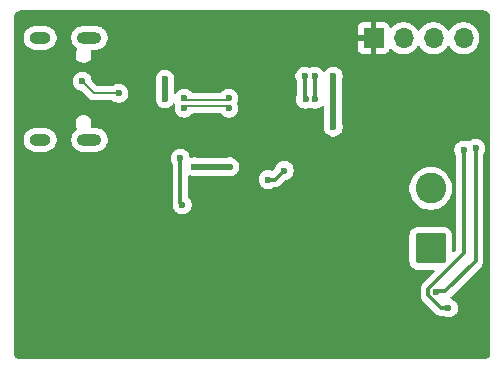
<source format=gbr>
%TF.GenerationSoftware,KiCad,Pcbnew,9.0.0*%
%TF.CreationDate,2025-03-09T00:38:03-06:00*%
%TF.ProjectId,Protyping board,50726f74-7970-4696-9e67-20626f617264,rev?*%
%TF.SameCoordinates,Original*%
%TF.FileFunction,Copper,L2,Bot*%
%TF.FilePolarity,Positive*%
%FSLAX46Y46*%
G04 Gerber Fmt 4.6, Leading zero omitted, Abs format (unit mm)*
G04 Created by KiCad (PCBNEW 9.0.0) date 2025-03-09 00:38:03*
%MOMM*%
%LPD*%
G01*
G04 APERTURE LIST*
G04 Aperture macros list*
%AMRoundRect*
0 Rectangle with rounded corners*
0 $1 Rounding radius*
0 $2 $3 $4 $5 $6 $7 $8 $9 X,Y pos of 4 corners*
0 Add a 4 corners polygon primitive as box body*
4,1,4,$2,$3,$4,$5,$6,$7,$8,$9,$2,$3,0*
0 Add four circle primitives for the rounded corners*
1,1,$1+$1,$2,$3*
1,1,$1+$1,$4,$5*
1,1,$1+$1,$6,$7*
1,1,$1+$1,$8,$9*
0 Add four rect primitives between the rounded corners*
20,1,$1+$1,$2,$3,$4,$5,0*
20,1,$1+$1,$4,$5,$6,$7,0*
20,1,$1+$1,$6,$7,$8,$9,0*
20,1,$1+$1,$8,$9,$2,$3,0*%
G04 Aperture macros list end*
%TA.AperFunction,HeatsinkPad*%
%ADD10O,2.100000X1.000000*%
%TD*%
%TA.AperFunction,HeatsinkPad*%
%ADD11O,1.800000X1.000000*%
%TD*%
%TA.AperFunction,ComponentPad*%
%ADD12R,1.700000X1.700000*%
%TD*%
%TA.AperFunction,ComponentPad*%
%ADD13O,1.700000X1.700000*%
%TD*%
%TA.AperFunction,ComponentPad*%
%ADD14RoundRect,0.250000X1.050000X-1.050000X1.050000X1.050000X-1.050000X1.050000X-1.050000X-1.050000X0*%
%TD*%
%TA.AperFunction,ComponentPad*%
%ADD15C,2.600000*%
%TD*%
%TA.AperFunction,ViaPad*%
%ADD16C,0.600000*%
%TD*%
%TA.AperFunction,Conductor*%
%ADD17C,0.500000*%
%TD*%
%TA.AperFunction,Conductor*%
%ADD18C,0.300000*%
%TD*%
%TA.AperFunction,Conductor*%
%ADD19C,0.200000*%
%TD*%
G04 APERTURE END LIST*
D10*
%TO.P,J2,S1,SHIELD*%
%TO.N,unconnected-(J2-SHIELD-PadS1)_2*%
X65105000Y-126180000D03*
D11*
%TO.N,unconnected-(J2-SHIELD-PadS1)*%
X60925000Y-126180000D03*
D10*
%TO.N,unconnected-(J2-SHIELD-PadS1)_1*%
X65105000Y-134820000D03*
D11*
%TO.N,unconnected-(J2-SHIELD-PadS1)_3*%
X60925000Y-134820000D03*
%TD*%
D12*
%TO.P,J3,1,Pin_1*%
%TO.N,GND*%
X89160000Y-126200000D03*
D13*
%TO.P,J3,2,Pin_2*%
%TO.N,SWCLK*%
X91700000Y-126200000D03*
%TO.P,J3,3,Pin_3*%
%TO.N,SWDIO*%
X94240000Y-126200000D03*
%TO.P,J3,4,Pin_4*%
%TO.N,+3V3*%
X96780000Y-126200000D03*
%TD*%
D14*
%TO.P,J1,1,Pin_1*%
%TO.N,Net-(J1-Pin_1)*%
X94000000Y-144000000D03*
D15*
%TO.P,J1,2,Pin_2*%
%TO.N,Net-(J1-Pin_2)*%
X94000000Y-138920000D03*
%TD*%
D16*
%TO.N,GND*%
X86500000Y-128250000D03*
X72500000Y-124750000D03*
X84750000Y-136900000D03*
X70300000Y-132600000D03*
X75900000Y-145600000D03*
X64250000Y-124700000D03*
X70300000Y-129000000D03*
X75900000Y-148250000D03*
X64000000Y-151950000D03*
X81750000Y-134050000D03*
X76750000Y-128000000D03*
X67500000Y-135320083D03*
X60750000Y-151950000D03*
%TO.N,+3V3*%
X85750000Y-129425000D03*
X85750000Y-133729260D03*
%TO.N,+5V*%
X77001000Y-137100000D03*
X73987500Y-137095855D03*
X71500000Y-129675000D03*
X71500000Y-131325000D03*
%TO.N,NRST*%
X96804122Y-135679445D03*
X83350000Y-129425000D03*
X83399997Y-131375000D03*
X95500000Y-149050000D03*
%TO.N,TIM16_CH1*%
X81592831Y-137407169D03*
X80232169Y-138167831D03*
%TO.N,USB_DP*%
X76900000Y-131275000D03*
X73150000Y-131275000D03*
%TO.N,USB_DN*%
X67600000Y-130875000D03*
X64500000Y-129850000D03*
X76900000Y-132125000D03*
X73150000Y-132125000D03*
%TO.N,BOOT 0*%
X97800000Y-135500000D03*
X84200000Y-129425000D03*
X84200000Y-131375000D03*
X94450000Y-147700000D03*
%TO.N,Read{slash}Write*%
X72959620Y-140309620D03*
X72800000Y-136345855D03*
%TD*%
D17*
%TO.N,+3V3*%
X85750000Y-129425000D02*
X85750000Y-133729260D01*
%TO.N,+5V*%
X73991645Y-137100000D02*
X73987500Y-137095855D01*
X77001000Y-137100000D02*
X73991645Y-137100000D01*
X71500000Y-129675000D02*
X71500000Y-131325000D01*
D18*
%TO.N,NRST*%
X94879346Y-149050000D02*
X95500000Y-149050000D01*
X83350000Y-129425000D02*
X83350000Y-131325003D01*
X96804122Y-144425224D02*
X93799000Y-147430346D01*
X83350000Y-131325003D02*
X83399997Y-131375000D01*
X93799000Y-147430346D02*
X93799000Y-147969654D01*
X96804122Y-135679445D02*
X96804122Y-144425224D01*
X93799000Y-147969654D02*
X94879346Y-149050000D01*
%TO.N,TIM16_CH1*%
X80232169Y-138167831D02*
X80832169Y-138167831D01*
X80832169Y-138167831D02*
X81592831Y-137407169D01*
D19*
%TO.N,USB_DP*%
X73349999Y-131474999D02*
X73150000Y-131275000D01*
X76700001Y-131474999D02*
X73349999Y-131474999D01*
X76900000Y-131275000D02*
X76700001Y-131474999D01*
%TO.N,USB_DN*%
X73349999Y-131925001D02*
X73150000Y-132125000D01*
X67600000Y-130875000D02*
X65525000Y-130875000D01*
X76900000Y-132125000D02*
X76700001Y-131925001D01*
X76700001Y-131925001D02*
X73349999Y-131925001D01*
X65525000Y-130875000D02*
X64500000Y-129850000D01*
D18*
%TO.N,BOOT 0*%
X97800000Y-145050000D02*
X95250000Y-147600000D01*
X97800000Y-135500000D02*
X97800000Y-145050000D01*
X94550000Y-147600000D02*
X94450000Y-147700000D01*
X95250000Y-147600000D02*
X94550000Y-147600000D01*
X84200000Y-129425000D02*
X84200000Y-131375000D01*
%TO.N,Read{slash}Write*%
X72800000Y-140150000D02*
X72959620Y-140309620D01*
X72800000Y-136345855D02*
X72800000Y-140150000D01*
%TD*%
%TA.AperFunction,Conductor*%
%TO.N,GND*%
G36*
X98456922Y-123851279D02*
G01*
X98569518Y-123863966D01*
X98596583Y-123870143D01*
X98696927Y-123905255D01*
X98721941Y-123917301D01*
X98811955Y-123973860D01*
X98833662Y-123991172D01*
X98908827Y-124066337D01*
X98926140Y-124088046D01*
X98982697Y-124178056D01*
X98994745Y-124203074D01*
X99029855Y-124303414D01*
X99036033Y-124330484D01*
X99048720Y-124443077D01*
X99049500Y-124456961D01*
X99049500Y-152793038D01*
X99048720Y-152806921D01*
X99048720Y-152806922D01*
X99036033Y-152919515D01*
X99029855Y-152946585D01*
X98994745Y-153046925D01*
X98982697Y-153071943D01*
X98926140Y-153161953D01*
X98908827Y-153183662D01*
X98833662Y-153258827D01*
X98811953Y-153276140D01*
X98721943Y-153332697D01*
X98696925Y-153344745D01*
X98596585Y-153379855D01*
X98569516Y-153386033D01*
X98484855Y-153395572D01*
X98456921Y-153398720D01*
X98443039Y-153399500D01*
X59306961Y-153399500D01*
X59293077Y-153398720D01*
X59180484Y-153386033D01*
X59153414Y-153379855D01*
X59053074Y-153344745D01*
X59028056Y-153332697D01*
X58938046Y-153276140D01*
X58916337Y-153258827D01*
X58841172Y-153183662D01*
X58823859Y-153161953D01*
X58767302Y-153071943D01*
X58755254Y-153046925D01*
X58720144Y-152946585D01*
X58713966Y-152919514D01*
X58701280Y-152806921D01*
X58700500Y-152793038D01*
X58700500Y-142899983D01*
X92199500Y-142899983D01*
X92199500Y-145100001D01*
X92199501Y-145100018D01*
X92210000Y-145202796D01*
X92210001Y-145202799D01*
X92222244Y-145239744D01*
X92265186Y-145369334D01*
X92357288Y-145518656D01*
X92481344Y-145642712D01*
X92630666Y-145734814D01*
X92797203Y-145789999D01*
X92899991Y-145800500D01*
X94209537Y-145800499D01*
X94276576Y-145820184D01*
X94322331Y-145872987D01*
X94332275Y-145942146D01*
X94303250Y-146005702D01*
X94297218Y-146012180D01*
X93293726Y-147015672D01*
X93222534Y-147122220D01*
X93173499Y-147240601D01*
X93173497Y-147240607D01*
X93148500Y-147366274D01*
X93148500Y-147366277D01*
X93148500Y-148033723D01*
X93164602Y-148114669D01*
X93173499Y-148159398D01*
X93210820Y-148249500D01*
X93222535Y-148277781D01*
X93264513Y-148340606D01*
X93293726Y-148384327D01*
X94464672Y-149555273D01*
X94464675Y-149555275D01*
X94464677Y-149555277D01*
X94571219Y-149626465D01*
X94689602Y-149675501D01*
X94689606Y-149675501D01*
X94689607Y-149675502D01*
X94815274Y-149700500D01*
X94815277Y-149700500D01*
X94995065Y-149700500D01*
X95062104Y-149720185D01*
X95063909Y-149721366D01*
X95120821Y-149759394D01*
X95120823Y-149759395D01*
X95120827Y-149759397D01*
X95266498Y-149819735D01*
X95266503Y-149819737D01*
X95421153Y-149850499D01*
X95421156Y-149850500D01*
X95421158Y-149850500D01*
X95578844Y-149850500D01*
X95578845Y-149850499D01*
X95733497Y-149819737D01*
X95879179Y-149759394D01*
X96010289Y-149671789D01*
X96121789Y-149560289D01*
X96209394Y-149429179D01*
X96269737Y-149283497D01*
X96300500Y-149128842D01*
X96300500Y-148971158D01*
X96300500Y-148971155D01*
X96300499Y-148971153D01*
X96269738Y-148816510D01*
X96269737Y-148816503D01*
X96269735Y-148816498D01*
X96209397Y-148670827D01*
X96209390Y-148670814D01*
X96121789Y-148539711D01*
X96121786Y-148539707D01*
X96010292Y-148428213D01*
X96010288Y-148428210D01*
X95879185Y-148340609D01*
X95879176Y-148340604D01*
X95732547Y-148279869D01*
X95678144Y-148236028D01*
X95656079Y-148169734D01*
X95673358Y-148102035D01*
X95692319Y-148077627D01*
X98305272Y-145464674D01*
X98305277Y-145464669D01*
X98376466Y-145358126D01*
X98425501Y-145239743D01*
X98450500Y-145114069D01*
X98450500Y-144985931D01*
X98450500Y-136004935D01*
X98470185Y-135937896D01*
X98471366Y-135936090D01*
X98509394Y-135879179D01*
X98569737Y-135733497D01*
X98600500Y-135578842D01*
X98600500Y-135421158D01*
X98600500Y-135421155D01*
X98600499Y-135421153D01*
X98576453Y-135300266D01*
X98569737Y-135266503D01*
X98529415Y-135169156D01*
X98509397Y-135120827D01*
X98509390Y-135120814D01*
X98421789Y-134989711D01*
X98421786Y-134989707D01*
X98310292Y-134878213D01*
X98310288Y-134878210D01*
X98179185Y-134790609D01*
X98179172Y-134790602D01*
X98033501Y-134730264D01*
X98033489Y-134730261D01*
X97878845Y-134699500D01*
X97878842Y-134699500D01*
X97721158Y-134699500D01*
X97721155Y-134699500D01*
X97566510Y-134730261D01*
X97566498Y-134730264D01*
X97420827Y-134790602D01*
X97420814Y-134790609D01*
X97289714Y-134878208D01*
X97289708Y-134878213D01*
X97252187Y-134915733D01*
X97190863Y-134949217D01*
X97121172Y-134944231D01*
X97117056Y-134942611D01*
X97037623Y-134909709D01*
X97037611Y-134909706D01*
X96882967Y-134878945D01*
X96882964Y-134878945D01*
X96725280Y-134878945D01*
X96725277Y-134878945D01*
X96570632Y-134909706D01*
X96570620Y-134909709D01*
X96424949Y-134970047D01*
X96424936Y-134970054D01*
X96293833Y-135057655D01*
X96293829Y-135057658D01*
X96182335Y-135169152D01*
X96182332Y-135169156D01*
X96094731Y-135300259D01*
X96094724Y-135300272D01*
X96034386Y-135445943D01*
X96034383Y-135445955D01*
X96003622Y-135600598D01*
X96003622Y-135758291D01*
X96034383Y-135912934D01*
X96034386Y-135912946D01*
X96094724Y-136058617D01*
X96094728Y-136058624D01*
X96132724Y-136115489D01*
X96153602Y-136182166D01*
X96153622Y-136184380D01*
X96153622Y-144104415D01*
X96144977Y-144133855D01*
X96138454Y-144163842D01*
X96134699Y-144168857D01*
X96133937Y-144171454D01*
X96117303Y-144192096D01*
X96012180Y-144297219D01*
X95950857Y-144330704D01*
X95881165Y-144325720D01*
X95825232Y-144283848D01*
X95800815Y-144218384D01*
X95800499Y-144209538D01*
X95800499Y-142899998D01*
X95800498Y-142899981D01*
X95789999Y-142797203D01*
X95789998Y-142797200D01*
X95734814Y-142630666D01*
X95642712Y-142481344D01*
X95518656Y-142357288D01*
X95369334Y-142265186D01*
X95202797Y-142210001D01*
X95202795Y-142210000D01*
X95100010Y-142199500D01*
X92899998Y-142199500D01*
X92899981Y-142199501D01*
X92797203Y-142210000D01*
X92797200Y-142210001D01*
X92630668Y-142265185D01*
X92630663Y-142265187D01*
X92481342Y-142357289D01*
X92357289Y-142481342D01*
X92265187Y-142630663D01*
X92265186Y-142630666D01*
X92210001Y-142797203D01*
X92210001Y-142797204D01*
X92210000Y-142797204D01*
X92199500Y-142899983D01*
X58700500Y-142899983D01*
X58700500Y-136267008D01*
X71999500Y-136267008D01*
X71999500Y-136424701D01*
X72030261Y-136579344D01*
X72030264Y-136579356D01*
X72090602Y-136725027D01*
X72090606Y-136725034D01*
X72128602Y-136781899D01*
X72149480Y-136848576D01*
X72149500Y-136850790D01*
X72149500Y-140214068D01*
X72156737Y-140250448D01*
X72159120Y-140274642D01*
X72159120Y-140388466D01*
X72189881Y-140543109D01*
X72189884Y-140543121D01*
X72250222Y-140688792D01*
X72250229Y-140688805D01*
X72337830Y-140819908D01*
X72337833Y-140819912D01*
X72449327Y-140931406D01*
X72449331Y-140931409D01*
X72580434Y-141019010D01*
X72580447Y-141019017D01*
X72726118Y-141079355D01*
X72726123Y-141079357D01*
X72880773Y-141110119D01*
X72880776Y-141110120D01*
X72880778Y-141110120D01*
X73038464Y-141110120D01*
X73038465Y-141110119D01*
X73193117Y-141079357D01*
X73338799Y-141019014D01*
X73469909Y-140931409D01*
X73581409Y-140819909D01*
X73669014Y-140688799D01*
X73729357Y-140543117D01*
X73760120Y-140388462D01*
X73760120Y-140230778D01*
X73760120Y-140230775D01*
X73760119Y-140230773D01*
X73756796Y-140214068D01*
X73729357Y-140076123D01*
X73729355Y-140076118D01*
X73669017Y-139930447D01*
X73669010Y-139930434D01*
X73581409Y-139799331D01*
X73581406Y-139799327D01*
X73486819Y-139704740D01*
X73453334Y-139643417D01*
X73450500Y-139617059D01*
X73450500Y-138088984D01*
X79431669Y-138088984D01*
X79431669Y-138246677D01*
X79462430Y-138401320D01*
X79462433Y-138401332D01*
X79522771Y-138547003D01*
X79522778Y-138547016D01*
X79610379Y-138678119D01*
X79610382Y-138678123D01*
X79721876Y-138789617D01*
X79721880Y-138789620D01*
X79852983Y-138877221D01*
X79852996Y-138877228D01*
X79998667Y-138937566D01*
X79998672Y-138937568D01*
X80153322Y-138968330D01*
X80153325Y-138968331D01*
X80153327Y-138968331D01*
X80311013Y-138968331D01*
X80311014Y-138968330D01*
X80465666Y-138937568D01*
X80611348Y-138877225D01*
X80668213Y-138839228D01*
X80734890Y-138818351D01*
X80737104Y-138818331D01*
X80896240Y-138818331D01*
X80978361Y-138801995D01*
X92199500Y-138801995D01*
X92199500Y-139038004D01*
X92199501Y-139038020D01*
X92230306Y-139272010D01*
X92291394Y-139499993D01*
X92381714Y-139718045D01*
X92381719Y-139718056D01*
X92428642Y-139799327D01*
X92499727Y-139922450D01*
X92499729Y-139922453D01*
X92499730Y-139922454D01*
X92643406Y-140109697D01*
X92643412Y-140109704D01*
X92810295Y-140276587D01*
X92810301Y-140276592D01*
X92997550Y-140420273D01*
X93128918Y-140496118D01*
X93201943Y-140538280D01*
X93201948Y-140538282D01*
X93201951Y-140538284D01*
X93420007Y-140628606D01*
X93647986Y-140689693D01*
X93881989Y-140720500D01*
X93881996Y-140720500D01*
X94118004Y-140720500D01*
X94118011Y-140720500D01*
X94352014Y-140689693D01*
X94579993Y-140628606D01*
X94798049Y-140538284D01*
X95002450Y-140420273D01*
X95189699Y-140276592D01*
X95356592Y-140109699D01*
X95500273Y-139922450D01*
X95618284Y-139718049D01*
X95708606Y-139499993D01*
X95769693Y-139272014D01*
X95800500Y-139038011D01*
X95800500Y-138801989D01*
X95769693Y-138567986D01*
X95708606Y-138340007D01*
X95618284Y-138121951D01*
X95618282Y-138121948D01*
X95618280Y-138121943D01*
X95564593Y-138028955D01*
X95500273Y-137917550D01*
X95414102Y-137805249D01*
X95356593Y-137730302D01*
X95356587Y-137730295D01*
X95189704Y-137563412D01*
X95189697Y-137563406D01*
X95002454Y-137419730D01*
X95002453Y-137419729D01*
X95002450Y-137419727D01*
X94920957Y-137372677D01*
X94798056Y-137301719D01*
X94798045Y-137301714D01*
X94579993Y-137211394D01*
X94352014Y-137150307D01*
X94352013Y-137150306D01*
X94352010Y-137150306D01*
X94118020Y-137119501D01*
X94118017Y-137119500D01*
X94118011Y-137119500D01*
X93881989Y-137119500D01*
X93881983Y-137119500D01*
X93881979Y-137119501D01*
X93647989Y-137150306D01*
X93420006Y-137211394D01*
X93201954Y-137301714D01*
X93201943Y-137301719D01*
X92997545Y-137419730D01*
X92810302Y-137563406D01*
X92810295Y-137563412D01*
X92643412Y-137730295D01*
X92643406Y-137730302D01*
X92499730Y-137917545D01*
X92499727Y-137917549D01*
X92499727Y-137917550D01*
X92492014Y-137930909D01*
X92381719Y-138121943D01*
X92381714Y-138121954D01*
X92291394Y-138340006D01*
X92230306Y-138567989D01*
X92199501Y-138801979D01*
X92199500Y-138801995D01*
X80978361Y-138801995D01*
X80980784Y-138801513D01*
X81021913Y-138793332D01*
X81140296Y-138744296D01*
X81246838Y-138673108D01*
X81695763Y-138224181D01*
X81757083Y-138190699D01*
X81759148Y-138190268D01*
X81826328Y-138176906D01*
X81972010Y-138116563D01*
X82103120Y-138028958D01*
X82214620Y-137917458D01*
X82302225Y-137786348D01*
X82362568Y-137640666D01*
X82393331Y-137486011D01*
X82393331Y-137328327D01*
X82393331Y-137328324D01*
X82393330Y-137328322D01*
X82363597Y-137178846D01*
X82362568Y-137173672D01*
X82340130Y-137119501D01*
X82302228Y-137027996D01*
X82302221Y-137027983D01*
X82214620Y-136896880D01*
X82214617Y-136896876D01*
X82103123Y-136785382D01*
X82103119Y-136785379D01*
X81972016Y-136697778D01*
X81972003Y-136697771D01*
X81826332Y-136637433D01*
X81826320Y-136637430D01*
X81671676Y-136606669D01*
X81671673Y-136606669D01*
X81513989Y-136606669D01*
X81513986Y-136606669D01*
X81359341Y-136637430D01*
X81359329Y-136637433D01*
X81213658Y-136697771D01*
X81213645Y-136697778D01*
X81082542Y-136785379D01*
X81082538Y-136785382D01*
X80971044Y-136896876D01*
X80971041Y-136896880D01*
X80883440Y-137027983D01*
X80883433Y-137027996D01*
X80823095Y-137173667D01*
X80823092Y-137173677D01*
X80809751Y-137240748D01*
X80800985Y-137257504D01*
X80796966Y-137275983D01*
X80778223Y-137301019D01*
X80777366Y-137302659D01*
X80775815Y-137304237D01*
X80677195Y-137402857D01*
X80615872Y-137436342D01*
X80546180Y-137431358D01*
X80542062Y-137429738D01*
X80517900Y-137419730D01*
X80465666Y-137398094D01*
X80465661Y-137398093D01*
X80465658Y-137398092D01*
X80311014Y-137367331D01*
X80311011Y-137367331D01*
X80153327Y-137367331D01*
X80153324Y-137367331D01*
X79998679Y-137398092D01*
X79998667Y-137398095D01*
X79852996Y-137458433D01*
X79852983Y-137458440D01*
X79721880Y-137546041D01*
X79721876Y-137546044D01*
X79610382Y-137657538D01*
X79610379Y-137657542D01*
X79522778Y-137788645D01*
X79522771Y-137788658D01*
X79462433Y-137934329D01*
X79462430Y-137934341D01*
X79431669Y-138088984D01*
X73450500Y-138088984D01*
X73450500Y-137925456D01*
X73470185Y-137858417D01*
X73522989Y-137812662D01*
X73592147Y-137802718D01*
X73621949Y-137810893D01*
X73754003Y-137865592D01*
X73908653Y-137896354D01*
X73908656Y-137896355D01*
X73908658Y-137896355D01*
X74066344Y-137896355D01*
X74066345Y-137896354D01*
X74142652Y-137881175D01*
X74220988Y-137865594D01*
X74220989Y-137865593D01*
X74220997Y-137865592D01*
X74234648Y-137859937D01*
X74282097Y-137850500D01*
X76696396Y-137850500D01*
X76743844Y-137859937D01*
X76767503Y-137869737D01*
X76767508Y-137869738D01*
X76767511Y-137869739D01*
X76922153Y-137900499D01*
X76922156Y-137900500D01*
X76922158Y-137900500D01*
X77079844Y-137900500D01*
X77079845Y-137900499D01*
X77234497Y-137869737D01*
X77380179Y-137809394D01*
X77511289Y-137721789D01*
X77622789Y-137610289D01*
X77710394Y-137479179D01*
X77770737Y-137333497D01*
X77801500Y-137178842D01*
X77801500Y-137021158D01*
X77801500Y-137021155D01*
X77801499Y-137021153D01*
X77776779Y-136896880D01*
X77770737Y-136866503D01*
X77764229Y-136850790D01*
X77710397Y-136720827D01*
X77710390Y-136720814D01*
X77622789Y-136589711D01*
X77622786Y-136589707D01*
X77511292Y-136478213D01*
X77511288Y-136478210D01*
X77380185Y-136390609D01*
X77380172Y-136390602D01*
X77234501Y-136330264D01*
X77234489Y-136330261D01*
X77079845Y-136299500D01*
X77079842Y-136299500D01*
X76922158Y-136299500D01*
X76922155Y-136299500D01*
X76767511Y-136330260D01*
X76767506Y-136330262D01*
X76767504Y-136330262D01*
X76767503Y-136330263D01*
X76743844Y-136340062D01*
X76696396Y-136349500D01*
X74302111Y-136349500D01*
X74254663Y-136340062D01*
X74220997Y-136326118D01*
X74220990Y-136326116D01*
X74220989Y-136326116D01*
X74220988Y-136326115D01*
X74066345Y-136295355D01*
X74066342Y-136295355D01*
X73908658Y-136295355D01*
X73908655Y-136295355D01*
X73754006Y-136326116D01*
X73751243Y-136326955D01*
X73749724Y-136326968D01*
X73748028Y-136327306D01*
X73747963Y-136326984D01*
X73681376Y-136327578D01*
X73622263Y-136290328D01*
X73593632Y-136232485D01*
X73576581Y-136146765D01*
X73569737Y-136112358D01*
X73547477Y-136058617D01*
X73509397Y-135966682D01*
X73509390Y-135966669D01*
X73421789Y-135835566D01*
X73421786Y-135835562D01*
X73310292Y-135724068D01*
X73310288Y-135724065D01*
X73179185Y-135636464D01*
X73179172Y-135636457D01*
X73033501Y-135576119D01*
X73033489Y-135576116D01*
X72878845Y-135545355D01*
X72878842Y-135545355D01*
X72721158Y-135545355D01*
X72721155Y-135545355D01*
X72566510Y-135576116D01*
X72566498Y-135576119D01*
X72420827Y-135636457D01*
X72420814Y-135636464D01*
X72289711Y-135724065D01*
X72289707Y-135724068D01*
X72178213Y-135835562D01*
X72178210Y-135835566D01*
X72090609Y-135966669D01*
X72090602Y-135966682D01*
X72030264Y-136112353D01*
X72030261Y-136112365D01*
X71999500Y-136267008D01*
X58700500Y-136267008D01*
X58700500Y-134918543D01*
X59524499Y-134918543D01*
X59562947Y-135111829D01*
X59562950Y-135111839D01*
X59638364Y-135293907D01*
X59638371Y-135293920D01*
X59747860Y-135457781D01*
X59747863Y-135457785D01*
X59887214Y-135597136D01*
X59887218Y-135597139D01*
X60051079Y-135706628D01*
X60051092Y-135706635D01*
X60233160Y-135782049D01*
X60233165Y-135782051D01*
X60233169Y-135782051D01*
X60233170Y-135782052D01*
X60426456Y-135820500D01*
X60426459Y-135820500D01*
X61423543Y-135820500D01*
X61553582Y-135794632D01*
X61616835Y-135782051D01*
X61798914Y-135706632D01*
X61962782Y-135597139D01*
X62102139Y-135457782D01*
X62211632Y-135293914D01*
X62287051Y-135111835D01*
X62314093Y-134975886D01*
X62325500Y-134918543D01*
X63554499Y-134918543D01*
X63592947Y-135111829D01*
X63592950Y-135111839D01*
X63668364Y-135293907D01*
X63668371Y-135293920D01*
X63777860Y-135457781D01*
X63777863Y-135457785D01*
X63917214Y-135597136D01*
X63917218Y-135597139D01*
X64081079Y-135706628D01*
X64081092Y-135706635D01*
X64263160Y-135782049D01*
X64263165Y-135782051D01*
X64263169Y-135782051D01*
X64263170Y-135782052D01*
X64456456Y-135820500D01*
X64456459Y-135820500D01*
X65753543Y-135820500D01*
X65883582Y-135794632D01*
X65946835Y-135782051D01*
X66128914Y-135706632D01*
X66292782Y-135597139D01*
X66432139Y-135457782D01*
X66541632Y-135293914D01*
X66617051Y-135111835D01*
X66644093Y-134975886D01*
X66655500Y-134918543D01*
X66655500Y-134721456D01*
X66617052Y-134528170D01*
X66617051Y-134528169D01*
X66617051Y-134528165D01*
X66604969Y-134498997D01*
X66541635Y-134346092D01*
X66541628Y-134346079D01*
X66432139Y-134182218D01*
X66432136Y-134182214D01*
X66292785Y-134042863D01*
X66292781Y-134042860D01*
X66128920Y-133933371D01*
X66128907Y-133933364D01*
X65946839Y-133857950D01*
X65946829Y-133857947D01*
X65753543Y-133819500D01*
X65753541Y-133819500D01*
X65343829Y-133819500D01*
X65276790Y-133799815D01*
X65231035Y-133747011D01*
X65221091Y-133677853D01*
X65229266Y-133648051D01*
X65254540Y-133587036D01*
X65263035Y-133544325D01*
X65280500Y-133456533D01*
X65280500Y-133323466D01*
X65254541Y-133192969D01*
X65254540Y-133192968D01*
X65254540Y-133192964D01*
X65203620Y-133070031D01*
X65129695Y-132959394D01*
X65129692Y-132959390D01*
X65035609Y-132865307D01*
X65035601Y-132865301D01*
X64924979Y-132791386D01*
X64924972Y-132791382D01*
X64924969Y-132791380D01*
X64924965Y-132791378D01*
X64924961Y-132791376D01*
X64802040Y-132740461D01*
X64802030Y-132740458D01*
X64671533Y-132714500D01*
X64671531Y-132714500D01*
X64538469Y-132714500D01*
X64538467Y-132714500D01*
X64407969Y-132740458D01*
X64407959Y-132740461D01*
X64285038Y-132791376D01*
X64285020Y-132791386D01*
X64174398Y-132865301D01*
X64174390Y-132865307D01*
X64080307Y-132959390D01*
X64080301Y-132959398D01*
X64006386Y-133070020D01*
X64006376Y-133070038D01*
X63955461Y-133192959D01*
X63955458Y-133192969D01*
X63929500Y-133323466D01*
X63929500Y-133323469D01*
X63929500Y-133456531D01*
X63929500Y-133456533D01*
X63929499Y-133456533D01*
X63955458Y-133587030D01*
X63955461Y-133587040D01*
X64006376Y-133709961D01*
X64006386Y-133709979D01*
X64063744Y-133795822D01*
X64084622Y-133862499D01*
X64066137Y-133929879D01*
X64029533Y-133967814D01*
X63917218Y-134042860D01*
X63917214Y-134042863D01*
X63777863Y-134182214D01*
X63777860Y-134182218D01*
X63668371Y-134346079D01*
X63668364Y-134346092D01*
X63592950Y-134528160D01*
X63592947Y-134528170D01*
X63554500Y-134721456D01*
X63554500Y-134721459D01*
X63554500Y-134918541D01*
X63554500Y-134918543D01*
X63554499Y-134918543D01*
X62325500Y-134918543D01*
X62325500Y-134721456D01*
X62287052Y-134528170D01*
X62287051Y-134528169D01*
X62287051Y-134528165D01*
X62274969Y-134498997D01*
X62211635Y-134346092D01*
X62211628Y-134346079D01*
X62102139Y-134182218D01*
X62102136Y-134182214D01*
X61962785Y-134042863D01*
X61962781Y-134042860D01*
X61798920Y-133933371D01*
X61798907Y-133933364D01*
X61616839Y-133857950D01*
X61616829Y-133857947D01*
X61423543Y-133819500D01*
X61423541Y-133819500D01*
X60426459Y-133819500D01*
X60426457Y-133819500D01*
X60233170Y-133857947D01*
X60233160Y-133857950D01*
X60051092Y-133933364D01*
X60051079Y-133933371D01*
X59887218Y-134042860D01*
X59887214Y-134042863D01*
X59747863Y-134182214D01*
X59747860Y-134182218D01*
X59638371Y-134346079D01*
X59638364Y-134346092D01*
X59562950Y-134528160D01*
X59562947Y-134528170D01*
X59524500Y-134721456D01*
X59524500Y-134721459D01*
X59524500Y-134918541D01*
X59524500Y-134918543D01*
X59524499Y-134918543D01*
X58700500Y-134918543D01*
X58700500Y-129771153D01*
X63699500Y-129771153D01*
X63699500Y-129928846D01*
X63730261Y-130083489D01*
X63730264Y-130083501D01*
X63790602Y-130229172D01*
X63790609Y-130229185D01*
X63878210Y-130360288D01*
X63878213Y-130360292D01*
X63989707Y-130471786D01*
X63989711Y-130471789D01*
X64120814Y-130559390D01*
X64120827Y-130559397D01*
X64266498Y-130619735D01*
X64266503Y-130619737D01*
X64331147Y-130632595D01*
X64421849Y-130650638D01*
X64483760Y-130683023D01*
X64485339Y-130684574D01*
X65040139Y-131239374D01*
X65040149Y-131239385D01*
X65044479Y-131243715D01*
X65044480Y-131243716D01*
X65156284Y-131355520D01*
X65226296Y-131395941D01*
X65293215Y-131434577D01*
X65445943Y-131475501D01*
X65445946Y-131475501D01*
X65611653Y-131475501D01*
X65611669Y-131475500D01*
X67020234Y-131475500D01*
X67087273Y-131495185D01*
X67089125Y-131496398D01*
X67220814Y-131584390D01*
X67220827Y-131584397D01*
X67366498Y-131644735D01*
X67366503Y-131644737D01*
X67521153Y-131675499D01*
X67521156Y-131675500D01*
X67521158Y-131675500D01*
X67678844Y-131675500D01*
X67678845Y-131675499D01*
X67833497Y-131644737D01*
X67979179Y-131584394D01*
X68110289Y-131496789D01*
X68221789Y-131385289D01*
X68309394Y-131254179D01*
X68312719Y-131246153D01*
X68333429Y-131196153D01*
X68369737Y-131108497D01*
X68400500Y-130953842D01*
X68400500Y-130796158D01*
X68400500Y-130796155D01*
X68400499Y-130796153D01*
X68372066Y-130653211D01*
X68369737Y-130641503D01*
X68360721Y-130619737D01*
X68309397Y-130495827D01*
X68309390Y-130495814D01*
X68221789Y-130364711D01*
X68221786Y-130364707D01*
X68110292Y-130253213D01*
X68110288Y-130253210D01*
X67979185Y-130165609D01*
X67979172Y-130165602D01*
X67833501Y-130105264D01*
X67833489Y-130105261D01*
X67678845Y-130074500D01*
X67678842Y-130074500D01*
X67521158Y-130074500D01*
X67521155Y-130074500D01*
X67366510Y-130105261D01*
X67366498Y-130105264D01*
X67220827Y-130165602D01*
X67220814Y-130165609D01*
X67089125Y-130253602D01*
X67022447Y-130274480D01*
X67020234Y-130274500D01*
X65825097Y-130274500D01*
X65758058Y-130254815D01*
X65737416Y-130238181D01*
X65334574Y-129835339D01*
X65325511Y-129818743D01*
X65312379Y-129805133D01*
X65301974Y-129775637D01*
X65301089Y-129774016D01*
X65300638Y-129771849D01*
X65269739Y-129616512D01*
X65269738Y-129616509D01*
X65269737Y-129616503D01*
X65261308Y-129596153D01*
X70699500Y-129596153D01*
X70699500Y-129753846D01*
X70730261Y-129908489D01*
X70730263Y-129908497D01*
X70740061Y-129932151D01*
X70749500Y-129979604D01*
X70749500Y-131020396D01*
X70740062Y-131067844D01*
X70730263Y-131091503D01*
X70730262Y-131091506D01*
X70730260Y-131091511D01*
X70699500Y-131246153D01*
X70699500Y-131403846D01*
X70730261Y-131558489D01*
X70730264Y-131558501D01*
X70790602Y-131704172D01*
X70790609Y-131704185D01*
X70878210Y-131835288D01*
X70878213Y-131835292D01*
X70989707Y-131946786D01*
X70989711Y-131946789D01*
X71120814Y-132034390D01*
X71120827Y-132034397D01*
X71266498Y-132094735D01*
X71266503Y-132094737D01*
X71421153Y-132125499D01*
X71421156Y-132125500D01*
X71421158Y-132125500D01*
X71578844Y-132125500D01*
X71578845Y-132125499D01*
X71733497Y-132094737D01*
X71879179Y-132034394D01*
X72010289Y-131946789D01*
X72121789Y-131835289D01*
X72163632Y-131772665D01*
X72217243Y-131727862D01*
X72286568Y-131719154D01*
X72349596Y-131749308D01*
X72386316Y-131808751D01*
X72385069Y-131878609D01*
X72381299Y-131889000D01*
X72380265Y-131891495D01*
X72380261Y-131891510D01*
X72349500Y-132046153D01*
X72349500Y-132203846D01*
X72380261Y-132358489D01*
X72380264Y-132358501D01*
X72440602Y-132504172D01*
X72440609Y-132504185D01*
X72528210Y-132635288D01*
X72528213Y-132635292D01*
X72639707Y-132746786D01*
X72639711Y-132746789D01*
X72770814Y-132834390D01*
X72770827Y-132834397D01*
X72916498Y-132894735D01*
X72916503Y-132894737D01*
X73071153Y-132925499D01*
X73071156Y-132925500D01*
X73071158Y-132925500D01*
X73228844Y-132925500D01*
X73228845Y-132925499D01*
X73383497Y-132894737D01*
X73529179Y-132834394D01*
X73660289Y-132746789D01*
X73771789Y-132635289D01*
X73808324Y-132580609D01*
X73861935Y-132535806D01*
X73911426Y-132525501D01*
X76138574Y-132525501D01*
X76205613Y-132545186D01*
X76241675Y-132580609D01*
X76266042Y-132617076D01*
X76278212Y-132635291D01*
X76389707Y-132746786D01*
X76389711Y-132746789D01*
X76520814Y-132834390D01*
X76520827Y-132834397D01*
X76666498Y-132894735D01*
X76666503Y-132894737D01*
X76821153Y-132925499D01*
X76821156Y-132925500D01*
X76821158Y-132925500D01*
X76978844Y-132925500D01*
X76978845Y-132925499D01*
X77133497Y-132894737D01*
X77279179Y-132834394D01*
X77410289Y-132746789D01*
X77521789Y-132635289D01*
X77609394Y-132504179D01*
X77669737Y-132358497D01*
X77700500Y-132203842D01*
X77700500Y-132046158D01*
X77700500Y-132046155D01*
X77700499Y-132046153D01*
X77692699Y-132006941D01*
X77669737Y-131891503D01*
X77646454Y-131835292D01*
X77610070Y-131747452D01*
X77602601Y-131677983D01*
X77610070Y-131652548D01*
X77669735Y-131508501D01*
X77669737Y-131508497D01*
X77700500Y-131353842D01*
X77700500Y-131196158D01*
X77700500Y-131196155D01*
X77700499Y-131196153D01*
X77679683Y-131091506D01*
X77669737Y-131041503D01*
X77650815Y-130995821D01*
X77609397Y-130895827D01*
X77609390Y-130895814D01*
X77521789Y-130764711D01*
X77521786Y-130764707D01*
X77410292Y-130653213D01*
X77410288Y-130653210D01*
X77279185Y-130565609D01*
X77279172Y-130565602D01*
X77133501Y-130505264D01*
X77133489Y-130505261D01*
X76978845Y-130474500D01*
X76978842Y-130474500D01*
X76821158Y-130474500D01*
X76821155Y-130474500D01*
X76666510Y-130505261D01*
X76666498Y-130505264D01*
X76520827Y-130565602D01*
X76520814Y-130565609D01*
X76389711Y-130653210D01*
X76389707Y-130653213D01*
X76278212Y-130764708D01*
X76257202Y-130796153D01*
X76241675Y-130819390D01*
X76188065Y-130864194D01*
X76138574Y-130874499D01*
X73911426Y-130874499D01*
X73844387Y-130854814D01*
X73808324Y-130819390D01*
X73771789Y-130764711D01*
X73771787Y-130764708D01*
X73660292Y-130653213D01*
X73660288Y-130653210D01*
X73529185Y-130565609D01*
X73529172Y-130565602D01*
X73383501Y-130505264D01*
X73383489Y-130505261D01*
X73228845Y-130474500D01*
X73228842Y-130474500D01*
X73071158Y-130474500D01*
X73071155Y-130474500D01*
X72916510Y-130505261D01*
X72916498Y-130505264D01*
X72770827Y-130565602D01*
X72770814Y-130565609D01*
X72639711Y-130653210D01*
X72639707Y-130653213D01*
X72528213Y-130764707D01*
X72528210Y-130764711D01*
X72477602Y-130840451D01*
X72423989Y-130885256D01*
X72354664Y-130893963D01*
X72291637Y-130863808D01*
X72254918Y-130804365D01*
X72250500Y-130771560D01*
X72250500Y-129979604D01*
X72259939Y-129932151D01*
X72261774Y-129927721D01*
X72269737Y-129908497D01*
X72300500Y-129753842D01*
X72300500Y-129596158D01*
X72300500Y-129596155D01*
X72300499Y-129596153D01*
X72275570Y-129470827D01*
X72269737Y-129441503D01*
X72230242Y-129346153D01*
X82549500Y-129346153D01*
X82549500Y-129503846D01*
X82580261Y-129658489D01*
X82580264Y-129658501D01*
X82640602Y-129804172D01*
X82640606Y-129804179D01*
X82678602Y-129861044D01*
X82699480Y-129927721D01*
X82699500Y-129929935D01*
X82699500Y-130949677D01*
X82690061Y-130997129D01*
X82630261Y-131141498D01*
X82630258Y-131141510D01*
X82599497Y-131296153D01*
X82599497Y-131453846D01*
X82630258Y-131608489D01*
X82630261Y-131608501D01*
X82690599Y-131754172D01*
X82690606Y-131754185D01*
X82778207Y-131885288D01*
X82778210Y-131885292D01*
X82889704Y-131996786D01*
X82889708Y-131996789D01*
X83020811Y-132084390D01*
X83020824Y-132084397D01*
X83120057Y-132125500D01*
X83166500Y-132144737D01*
X83321150Y-132175499D01*
X83321153Y-132175500D01*
X83321155Y-132175500D01*
X83478841Y-132175500D01*
X83478842Y-132175499D01*
X83633494Y-132144737D01*
X83752547Y-132095423D01*
X83822014Y-132087955D01*
X83847447Y-132095422D01*
X83966503Y-132144737D01*
X84121153Y-132175499D01*
X84121156Y-132175500D01*
X84121158Y-132175500D01*
X84278844Y-132175500D01*
X84278845Y-132175499D01*
X84433497Y-132144737D01*
X84579179Y-132084394D01*
X84710289Y-131996789D01*
X84710292Y-131996786D01*
X84787819Y-131919260D01*
X84849142Y-131885775D01*
X84918834Y-131890759D01*
X84974767Y-131932631D01*
X84999184Y-131998095D01*
X84999500Y-132006941D01*
X84999500Y-133424656D01*
X84990062Y-133472104D01*
X84980263Y-133495763D01*
X84980262Y-133495766D01*
X84980260Y-133495771D01*
X84949500Y-133650413D01*
X84949500Y-133808106D01*
X84980261Y-133962749D01*
X84980264Y-133962761D01*
X85040602Y-134108432D01*
X85040609Y-134108445D01*
X85128210Y-134239548D01*
X85128213Y-134239552D01*
X85239707Y-134351046D01*
X85239711Y-134351049D01*
X85370814Y-134438650D01*
X85370827Y-134438657D01*
X85516498Y-134498995D01*
X85516503Y-134498997D01*
X85663165Y-134528170D01*
X85671153Y-134529759D01*
X85671156Y-134529760D01*
X85671158Y-134529760D01*
X85828844Y-134529760D01*
X85828845Y-134529759D01*
X85983497Y-134498997D01*
X86129179Y-134438654D01*
X86260289Y-134351049D01*
X86371789Y-134239549D01*
X86459394Y-134108439D01*
X86519737Y-133962757D01*
X86550500Y-133808102D01*
X86550500Y-133650418D01*
X86550500Y-133650415D01*
X86550499Y-133650413D01*
X86519739Y-133495771D01*
X86519738Y-133495768D01*
X86519737Y-133495763D01*
X86509937Y-133472104D01*
X86500500Y-133424656D01*
X86500500Y-129729604D01*
X86509939Y-129682151D01*
X86519737Y-129658497D01*
X86550500Y-129503842D01*
X86550500Y-129346158D01*
X86550500Y-129346155D01*
X86550499Y-129346153D01*
X86527039Y-129228213D01*
X86519737Y-129191503D01*
X86519735Y-129191498D01*
X86459397Y-129045827D01*
X86459390Y-129045814D01*
X86371789Y-128914711D01*
X86371786Y-128914707D01*
X86260292Y-128803213D01*
X86260288Y-128803210D01*
X86129185Y-128715609D01*
X86129172Y-128715602D01*
X85983501Y-128655264D01*
X85983489Y-128655261D01*
X85828845Y-128624500D01*
X85828842Y-128624500D01*
X85671158Y-128624500D01*
X85671155Y-128624500D01*
X85516510Y-128655261D01*
X85516498Y-128655264D01*
X85370827Y-128715602D01*
X85370814Y-128715609D01*
X85239711Y-128803210D01*
X85239707Y-128803213D01*
X85128213Y-128914707D01*
X85128210Y-128914711D01*
X85078102Y-128989703D01*
X85024489Y-129034508D01*
X84955164Y-129043215D01*
X84892137Y-129013060D01*
X84871898Y-128989703D01*
X84821789Y-128914711D01*
X84821786Y-128914707D01*
X84710292Y-128803213D01*
X84710288Y-128803210D01*
X84579185Y-128715609D01*
X84579172Y-128715602D01*
X84433501Y-128655264D01*
X84433489Y-128655261D01*
X84278845Y-128624500D01*
X84278842Y-128624500D01*
X84121158Y-128624500D01*
X84121155Y-128624500D01*
X83966510Y-128655261D01*
X83966498Y-128655264D01*
X83822452Y-128714930D01*
X83752983Y-128722399D01*
X83727548Y-128714930D01*
X83583501Y-128655264D01*
X83583489Y-128655261D01*
X83428845Y-128624500D01*
X83428842Y-128624500D01*
X83271158Y-128624500D01*
X83271155Y-128624500D01*
X83116510Y-128655261D01*
X83116498Y-128655264D01*
X82970827Y-128715602D01*
X82970814Y-128715609D01*
X82839711Y-128803210D01*
X82839707Y-128803213D01*
X82728213Y-128914707D01*
X82728210Y-128914711D01*
X82640609Y-129045814D01*
X82640602Y-129045827D01*
X82580264Y-129191498D01*
X82580261Y-129191510D01*
X82549500Y-129346153D01*
X72230242Y-129346153D01*
X72227572Y-129339707D01*
X72209397Y-129295827D01*
X72209390Y-129295814D01*
X72121789Y-129164711D01*
X72121786Y-129164707D01*
X72010292Y-129053213D01*
X72010288Y-129053210D01*
X71879185Y-128965609D01*
X71879172Y-128965602D01*
X71733501Y-128905264D01*
X71733489Y-128905261D01*
X71578845Y-128874500D01*
X71578842Y-128874500D01*
X71421158Y-128874500D01*
X71421155Y-128874500D01*
X71266510Y-128905261D01*
X71266498Y-128905264D01*
X71120827Y-128965602D01*
X71120814Y-128965609D01*
X70989711Y-129053210D01*
X70989707Y-129053213D01*
X70878213Y-129164707D01*
X70878210Y-129164711D01*
X70790609Y-129295814D01*
X70790602Y-129295827D01*
X70730264Y-129441498D01*
X70730261Y-129441510D01*
X70699500Y-129596153D01*
X65261308Y-129596153D01*
X65209397Y-129470827D01*
X65209390Y-129470814D01*
X65121789Y-129339711D01*
X65121786Y-129339707D01*
X65010292Y-129228213D01*
X65010288Y-129228210D01*
X64879185Y-129140609D01*
X64879172Y-129140602D01*
X64733501Y-129080264D01*
X64733489Y-129080261D01*
X64578845Y-129049500D01*
X64578842Y-129049500D01*
X64421158Y-129049500D01*
X64421155Y-129049500D01*
X64266510Y-129080261D01*
X64266498Y-129080264D01*
X64120827Y-129140602D01*
X64120814Y-129140609D01*
X63989711Y-129228210D01*
X63989707Y-129228213D01*
X63878213Y-129339707D01*
X63878210Y-129339711D01*
X63790609Y-129470814D01*
X63790602Y-129470827D01*
X63730264Y-129616498D01*
X63730261Y-129616510D01*
X63699500Y-129771153D01*
X58700500Y-129771153D01*
X58700500Y-126278543D01*
X59524499Y-126278543D01*
X59562947Y-126471829D01*
X59562950Y-126471839D01*
X59638364Y-126653907D01*
X59638371Y-126653920D01*
X59747860Y-126817781D01*
X59747863Y-126817785D01*
X59887214Y-126957136D01*
X59887218Y-126957139D01*
X60051079Y-127066628D01*
X60051092Y-127066635D01*
X60233160Y-127142049D01*
X60233165Y-127142051D01*
X60233169Y-127142051D01*
X60233170Y-127142052D01*
X60426456Y-127180500D01*
X60426459Y-127180500D01*
X61423543Y-127180500D01*
X61553582Y-127154632D01*
X61616835Y-127142051D01*
X61798914Y-127066632D01*
X61962782Y-126957139D01*
X62102139Y-126817782D01*
X62211632Y-126653914D01*
X62287051Y-126471835D01*
X62325500Y-126278543D01*
X63554499Y-126278543D01*
X63592947Y-126471829D01*
X63592950Y-126471839D01*
X63668364Y-126653907D01*
X63668371Y-126653920D01*
X63777860Y-126817781D01*
X63777863Y-126817785D01*
X63917215Y-126957137D01*
X63917218Y-126957139D01*
X64029533Y-127032185D01*
X64074338Y-127085796D01*
X64083045Y-127155121D01*
X64063745Y-127204177D01*
X64006382Y-127290027D01*
X64006376Y-127290038D01*
X63955461Y-127412959D01*
X63955458Y-127412969D01*
X63929500Y-127543466D01*
X63929500Y-127543469D01*
X63929500Y-127676531D01*
X63929500Y-127676533D01*
X63929499Y-127676533D01*
X63955458Y-127807030D01*
X63955461Y-127807040D01*
X64006376Y-127929961D01*
X64006386Y-127929979D01*
X64080301Y-128040601D01*
X64080307Y-128040609D01*
X64174390Y-128134692D01*
X64174398Y-128134698D01*
X64285020Y-128208613D01*
X64285023Y-128208614D01*
X64285031Y-128208620D01*
X64407964Y-128259540D01*
X64407968Y-128259540D01*
X64407969Y-128259541D01*
X64538466Y-128285500D01*
X64538469Y-128285500D01*
X64671533Y-128285500D01*
X64759325Y-128268035D01*
X64802036Y-128259540D01*
X64924969Y-128208620D01*
X65035606Y-128134695D01*
X65129695Y-128040606D01*
X65203620Y-127929969D01*
X65254540Y-127807036D01*
X65280500Y-127676531D01*
X65280500Y-127543469D01*
X65280500Y-127543466D01*
X65254541Y-127412969D01*
X65254540Y-127412968D01*
X65254540Y-127412964D01*
X65229267Y-127351950D01*
X65221799Y-127282484D01*
X65253074Y-127220004D01*
X65313163Y-127184352D01*
X65343829Y-127180500D01*
X65753543Y-127180500D01*
X65883582Y-127154632D01*
X65946835Y-127142051D01*
X66128914Y-127066632D01*
X66292782Y-126957139D01*
X66432139Y-126817782D01*
X66541632Y-126653914D01*
X66617051Y-126471835D01*
X66655500Y-126278541D01*
X66655500Y-126081459D01*
X66655500Y-126081456D01*
X66617052Y-125888170D01*
X66617051Y-125888169D01*
X66617051Y-125888165D01*
X66554996Y-125738349D01*
X66541635Y-125706092D01*
X66541628Y-125706079D01*
X66432139Y-125542218D01*
X66432136Y-125542214D01*
X66292785Y-125402863D01*
X66292780Y-125402859D01*
X66291421Y-125401951D01*
X66291420Y-125401950D01*
X66142066Y-125302155D01*
X87810000Y-125302155D01*
X87810000Y-125950000D01*
X88726988Y-125950000D01*
X88694075Y-126007007D01*
X88660000Y-126134174D01*
X88660000Y-126265826D01*
X88694075Y-126392993D01*
X88726988Y-126450000D01*
X87810000Y-126450000D01*
X87810000Y-127097844D01*
X87816401Y-127157372D01*
X87816403Y-127157379D01*
X87866645Y-127292086D01*
X87866649Y-127292093D01*
X87952809Y-127407187D01*
X87952812Y-127407190D01*
X88067906Y-127493350D01*
X88067913Y-127493354D01*
X88202620Y-127543596D01*
X88202627Y-127543598D01*
X88262155Y-127549999D01*
X88262172Y-127550000D01*
X88910000Y-127550000D01*
X88910000Y-126633012D01*
X88967007Y-126665925D01*
X89094174Y-126700000D01*
X89225826Y-126700000D01*
X89352993Y-126665925D01*
X89410000Y-126633012D01*
X89410000Y-127550000D01*
X90057828Y-127550000D01*
X90057844Y-127549999D01*
X90117372Y-127543598D01*
X90117379Y-127543596D01*
X90252086Y-127493354D01*
X90252093Y-127493350D01*
X90367187Y-127407190D01*
X90367190Y-127407187D01*
X90453350Y-127292093D01*
X90453354Y-127292086D01*
X90502422Y-127160529D01*
X90544293Y-127104595D01*
X90609757Y-127080178D01*
X90678030Y-127095030D01*
X90706285Y-127116181D01*
X90820213Y-127230109D01*
X90992179Y-127355048D01*
X90992181Y-127355049D01*
X90992184Y-127355051D01*
X91181588Y-127451557D01*
X91383757Y-127517246D01*
X91593713Y-127550500D01*
X91593714Y-127550500D01*
X91806286Y-127550500D01*
X91806287Y-127550500D01*
X92016243Y-127517246D01*
X92218412Y-127451557D01*
X92407816Y-127355051D01*
X92494471Y-127292093D01*
X92579786Y-127230109D01*
X92579788Y-127230106D01*
X92579792Y-127230104D01*
X92730104Y-127079792D01*
X92730106Y-127079788D01*
X92730109Y-127079786D01*
X92855048Y-126907820D01*
X92855047Y-126907820D01*
X92855051Y-126907816D01*
X92859514Y-126899054D01*
X92907488Y-126848259D01*
X92975308Y-126831463D01*
X93041444Y-126853999D01*
X93080486Y-126899056D01*
X93084951Y-126907820D01*
X93209890Y-127079786D01*
X93360213Y-127230109D01*
X93532179Y-127355048D01*
X93532181Y-127355049D01*
X93532184Y-127355051D01*
X93721588Y-127451557D01*
X93923757Y-127517246D01*
X94133713Y-127550500D01*
X94133714Y-127550500D01*
X94346286Y-127550500D01*
X94346287Y-127550500D01*
X94556243Y-127517246D01*
X94758412Y-127451557D01*
X94947816Y-127355051D01*
X95034471Y-127292093D01*
X95119786Y-127230109D01*
X95119788Y-127230106D01*
X95119792Y-127230104D01*
X95270104Y-127079792D01*
X95270106Y-127079788D01*
X95270109Y-127079786D01*
X95395048Y-126907820D01*
X95395047Y-126907820D01*
X95395051Y-126907816D01*
X95399514Y-126899054D01*
X95447488Y-126848259D01*
X95515308Y-126831463D01*
X95581444Y-126853999D01*
X95620486Y-126899056D01*
X95624951Y-126907820D01*
X95749890Y-127079786D01*
X95900213Y-127230109D01*
X96072179Y-127355048D01*
X96072181Y-127355049D01*
X96072184Y-127355051D01*
X96261588Y-127451557D01*
X96463757Y-127517246D01*
X96673713Y-127550500D01*
X96673714Y-127550500D01*
X96886286Y-127550500D01*
X96886287Y-127550500D01*
X97096243Y-127517246D01*
X97298412Y-127451557D01*
X97487816Y-127355051D01*
X97574471Y-127292093D01*
X97659786Y-127230109D01*
X97659788Y-127230106D01*
X97659792Y-127230104D01*
X97810104Y-127079792D01*
X97810106Y-127079788D01*
X97810109Y-127079786D01*
X97935048Y-126907820D01*
X97935047Y-126907820D01*
X97935051Y-126907816D01*
X98031557Y-126718412D01*
X98097246Y-126516243D01*
X98130500Y-126306287D01*
X98130500Y-126093713D01*
X98097246Y-125883757D01*
X98031557Y-125681588D01*
X97935051Y-125492184D01*
X97935049Y-125492181D01*
X97935048Y-125492179D01*
X97810109Y-125320213D01*
X97659786Y-125169890D01*
X97487820Y-125044951D01*
X97298414Y-124948444D01*
X97298413Y-124948443D01*
X97298412Y-124948443D01*
X97096243Y-124882754D01*
X97096241Y-124882753D01*
X97096240Y-124882753D01*
X96934957Y-124857208D01*
X96886287Y-124849500D01*
X96673713Y-124849500D01*
X96625042Y-124857208D01*
X96463760Y-124882753D01*
X96261585Y-124948444D01*
X96072179Y-125044951D01*
X95900213Y-125169890D01*
X95749890Y-125320213D01*
X95624949Y-125492182D01*
X95620484Y-125500946D01*
X95572509Y-125551742D01*
X95504688Y-125568536D01*
X95438553Y-125545998D01*
X95399516Y-125500946D01*
X95395050Y-125492182D01*
X95270109Y-125320213D01*
X95119786Y-125169890D01*
X94947820Y-125044951D01*
X94758414Y-124948444D01*
X94758413Y-124948443D01*
X94758412Y-124948443D01*
X94556243Y-124882754D01*
X94556241Y-124882753D01*
X94556240Y-124882753D01*
X94394957Y-124857208D01*
X94346287Y-124849500D01*
X94133713Y-124849500D01*
X94085042Y-124857208D01*
X93923760Y-124882753D01*
X93721585Y-124948444D01*
X93532179Y-125044951D01*
X93360213Y-125169890D01*
X93209890Y-125320213D01*
X93084949Y-125492182D01*
X93080484Y-125500946D01*
X93032509Y-125551742D01*
X92964688Y-125568536D01*
X92898553Y-125545998D01*
X92859516Y-125500946D01*
X92855050Y-125492182D01*
X92730109Y-125320213D01*
X92579786Y-125169890D01*
X92407820Y-125044951D01*
X92218414Y-124948444D01*
X92218413Y-124948443D01*
X92218412Y-124948443D01*
X92016243Y-124882754D01*
X92016241Y-124882753D01*
X92016240Y-124882753D01*
X91854957Y-124857208D01*
X91806287Y-124849500D01*
X91593713Y-124849500D01*
X91545042Y-124857208D01*
X91383760Y-124882753D01*
X91181585Y-124948444D01*
X90992179Y-125044951D01*
X90820215Y-125169889D01*
X90706285Y-125283819D01*
X90644962Y-125317303D01*
X90575270Y-125312319D01*
X90519337Y-125270447D01*
X90502422Y-125239470D01*
X90453354Y-125107913D01*
X90453350Y-125107906D01*
X90367190Y-124992812D01*
X90367187Y-124992809D01*
X90252093Y-124906649D01*
X90252086Y-124906645D01*
X90117379Y-124856403D01*
X90117372Y-124856401D01*
X90057844Y-124850000D01*
X89410000Y-124850000D01*
X89410000Y-125766988D01*
X89352993Y-125734075D01*
X89225826Y-125700000D01*
X89094174Y-125700000D01*
X88967007Y-125734075D01*
X88910000Y-125766988D01*
X88910000Y-124850000D01*
X88262155Y-124850000D01*
X88202627Y-124856401D01*
X88202620Y-124856403D01*
X88067913Y-124906645D01*
X88067906Y-124906649D01*
X87952812Y-124992809D01*
X87952809Y-124992812D01*
X87866649Y-125107906D01*
X87866645Y-125107913D01*
X87816403Y-125242620D01*
X87816401Y-125242627D01*
X87810000Y-125302155D01*
X66142066Y-125302155D01*
X66128920Y-125293371D01*
X66128907Y-125293364D01*
X65946839Y-125217950D01*
X65946829Y-125217947D01*
X65753543Y-125179500D01*
X65753541Y-125179500D01*
X64456459Y-125179500D01*
X64456457Y-125179500D01*
X64263170Y-125217947D01*
X64263160Y-125217950D01*
X64081092Y-125293364D01*
X64081079Y-125293371D01*
X63917218Y-125402860D01*
X63917214Y-125402863D01*
X63777863Y-125542214D01*
X63777860Y-125542218D01*
X63668371Y-125706079D01*
X63668364Y-125706092D01*
X63592950Y-125888160D01*
X63592947Y-125888170D01*
X63554500Y-126081456D01*
X63554500Y-126081459D01*
X63554500Y-126278541D01*
X63554500Y-126278543D01*
X63554499Y-126278543D01*
X62325500Y-126278543D01*
X62325500Y-126278541D01*
X62325500Y-126081459D01*
X62325500Y-126081456D01*
X62287052Y-125888170D01*
X62287051Y-125888169D01*
X62287051Y-125888165D01*
X62224996Y-125738349D01*
X62211635Y-125706092D01*
X62211628Y-125706079D01*
X62102139Y-125542218D01*
X62102136Y-125542214D01*
X61962785Y-125402863D01*
X61962781Y-125402860D01*
X61798920Y-125293371D01*
X61798907Y-125293364D01*
X61616839Y-125217950D01*
X61616829Y-125217947D01*
X61423543Y-125179500D01*
X61423541Y-125179500D01*
X60426459Y-125179500D01*
X60426457Y-125179500D01*
X60233170Y-125217947D01*
X60233160Y-125217950D01*
X60051092Y-125293364D01*
X60051079Y-125293371D01*
X59887218Y-125402860D01*
X59887214Y-125402863D01*
X59747863Y-125542214D01*
X59747860Y-125542218D01*
X59638371Y-125706079D01*
X59638364Y-125706092D01*
X59562950Y-125888160D01*
X59562947Y-125888170D01*
X59524500Y-126081456D01*
X59524500Y-126081459D01*
X59524500Y-126278541D01*
X59524500Y-126278543D01*
X59524499Y-126278543D01*
X58700500Y-126278543D01*
X58700500Y-124456961D01*
X58701280Y-124443078D01*
X58713966Y-124330485D01*
X58713966Y-124330479D01*
X58720142Y-124303418D01*
X58755256Y-124203068D01*
X58767299Y-124178062D01*
X58823863Y-124088040D01*
X58841168Y-124066341D01*
X58916341Y-123991168D01*
X58938040Y-123973863D01*
X59028062Y-123917299D01*
X59053068Y-123905256D01*
X59153418Y-123870142D01*
X59180481Y-123863966D01*
X59277769Y-123853004D01*
X59293078Y-123851280D01*
X59306961Y-123850500D01*
X59357583Y-123850500D01*
X98392417Y-123850500D01*
X98443039Y-123850500D01*
X98456922Y-123851279D01*
G37*
%TD.AperFunction*%
%TD*%
M02*

</source>
